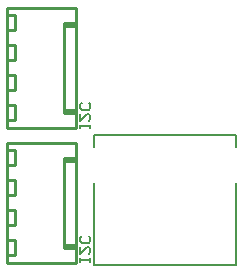
<source format=gbo>
G75*
G70*
%OFA0B0*%
%FSLAX24Y24*%
%IPPOS*%
%LPD*%
%AMOC8*
5,1,8,0,0,1.08239X$1,22.5*
%
%ADD10C,0.0060*%
%ADD11C,0.0050*%
%ADD12C,0.0100*%
%ADD13C,0.0080*%
D10*
X003391Y001447D02*
X003391Y001560D01*
X003391Y001504D02*
X003731Y001504D01*
X003731Y001560D02*
X003731Y001447D01*
X003674Y001692D02*
X003731Y001749D01*
X003731Y001863D01*
X003674Y001919D01*
X003617Y001919D01*
X003391Y001692D01*
X003391Y001919D01*
X003447Y002061D02*
X003391Y002117D01*
X003391Y002231D01*
X003447Y002288D01*
X003674Y002288D02*
X003731Y002231D01*
X003731Y002117D01*
X003674Y002061D01*
X003447Y002061D01*
X003391Y005897D02*
X003391Y006010D01*
X003391Y005954D02*
X003731Y005954D01*
X003731Y006010D02*
X003731Y005897D01*
X003674Y006142D02*
X003731Y006199D01*
X003731Y006313D01*
X003674Y006369D01*
X003617Y006369D01*
X003391Y006142D01*
X003391Y006369D01*
X003447Y006511D02*
X003391Y006567D01*
X003391Y006681D01*
X003447Y006738D01*
X003674Y006738D02*
X003731Y006681D01*
X003731Y006567D01*
X003674Y006511D01*
X003447Y006511D01*
D11*
X003261Y006499D02*
X003261Y006399D01*
X003111Y006399D01*
X003261Y001999D02*
X003261Y001899D01*
X003111Y001899D01*
D12*
X000961Y002349D02*
X000961Y001399D01*
X002111Y001399D01*
X003261Y001399D01*
X003261Y001899D01*
X002861Y001899D01*
X002861Y001999D01*
X003261Y001999D01*
X003261Y001899D02*
X003261Y002399D01*
X003261Y005399D01*
X002111Y005399D01*
X000961Y005399D01*
X000961Y005149D01*
X001211Y005149D01*
X001211Y004649D01*
X000961Y004649D01*
X000961Y004149D01*
X001211Y004149D01*
X001211Y003649D01*
X000961Y003649D01*
X000961Y003149D01*
X000961Y001649D01*
X001211Y001649D01*
X001211Y002149D01*
X000961Y002149D01*
X000961Y002649D01*
X001211Y002649D01*
X001211Y003149D01*
X000961Y003149D01*
X000961Y002349D02*
X000961Y005399D01*
X000961Y005899D02*
X000961Y006849D01*
X000961Y009899D01*
X000961Y009649D01*
X001211Y009649D01*
X001211Y009149D01*
X000961Y009149D01*
X000961Y008649D01*
X001211Y008649D01*
X001211Y008149D01*
X000961Y008149D01*
X000961Y007649D01*
X000961Y006149D01*
X001211Y006149D01*
X001211Y006649D01*
X000961Y006649D01*
X000961Y007149D01*
X001211Y007149D01*
X001211Y007649D01*
X000961Y007649D01*
X000961Y006149D02*
X000961Y005999D01*
X000961Y005899D02*
X002111Y005899D01*
X003261Y005899D01*
X003261Y006399D01*
X002861Y006399D01*
X002861Y006499D01*
X003261Y006499D01*
X003261Y006399D02*
X003261Y006899D01*
X003261Y009899D01*
X002111Y009899D01*
X000961Y009899D01*
X002861Y009399D02*
X002861Y009299D01*
X003261Y009299D01*
X003261Y009399D02*
X002861Y009399D01*
X002861Y009299D02*
X002861Y006499D01*
X002861Y004899D02*
X003261Y004899D01*
X003261Y004799D02*
X002861Y004799D01*
X002861Y004899D01*
X002861Y004799D02*
X002861Y001999D01*
X000961Y001649D02*
X000961Y001499D01*
D13*
X003848Y001321D02*
X003848Y004077D01*
X003848Y005258D02*
X003848Y005652D01*
X008573Y005652D01*
X008573Y005258D01*
X008573Y004077D02*
X008573Y001321D01*
X003848Y001321D01*
M02*

</source>
